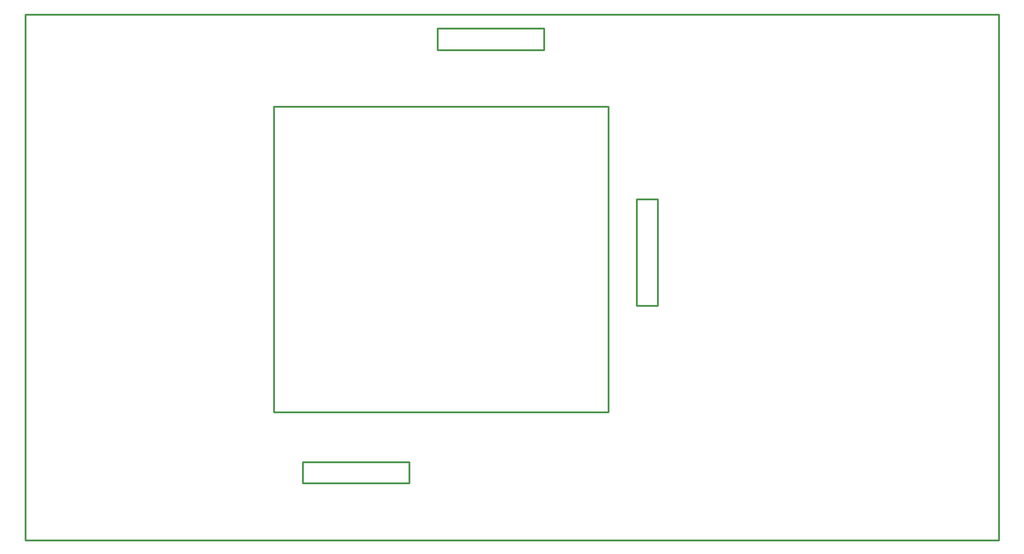
<source format=gm1>
G04 Layer_Color=16711935*
%FSLAX42Y42*%
%MOMM*%
G71*
G01*
G75*
%ADD10C,0.25*%
D10*
X9100Y11100D02*
X10600D01*
X9100Y10800D02*
Y11100D01*
X10600Y10800D02*
Y11100D01*
X11900Y8700D02*
X12200D01*
X11900Y7200D02*
Y8700D01*
Y7200D02*
X12200D01*
X7200Y4700D02*
Y5000D01*
Y4700D02*
X8700D01*
Y5000D01*
X6800Y5700D02*
X11500D01*
X6800D02*
Y10000D01*
X9100Y10800D02*
X10600D01*
X7200Y5000D02*
X8700D01*
X12200Y7200D02*
Y8700D01*
X11500Y5700D02*
Y10000D01*
X6800D02*
X11500D01*
X3500Y11300D02*
X3578D01*
X3300D02*
X3500D01*
X3578D02*
X17000D01*
Y3900D02*
Y11300D01*
X3300Y3900D02*
Y11300D01*
Y3900D02*
X17000D01*
M02*

</source>
